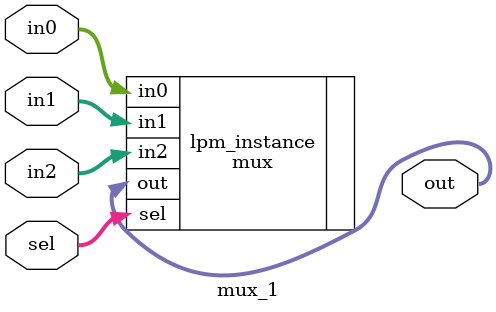
<source format=v>



module mux_1(in0,in1,in2,sel,out);
input [15:0] in0;
input [15:0] in1;
input [15:0] in2;
input [1:0] sel;
output [15:0] out;

mux	lpm_instance(.in0(in0),.in1(in1),.in2(in2),.sel(sel),.out(out));

endmodule

</source>
